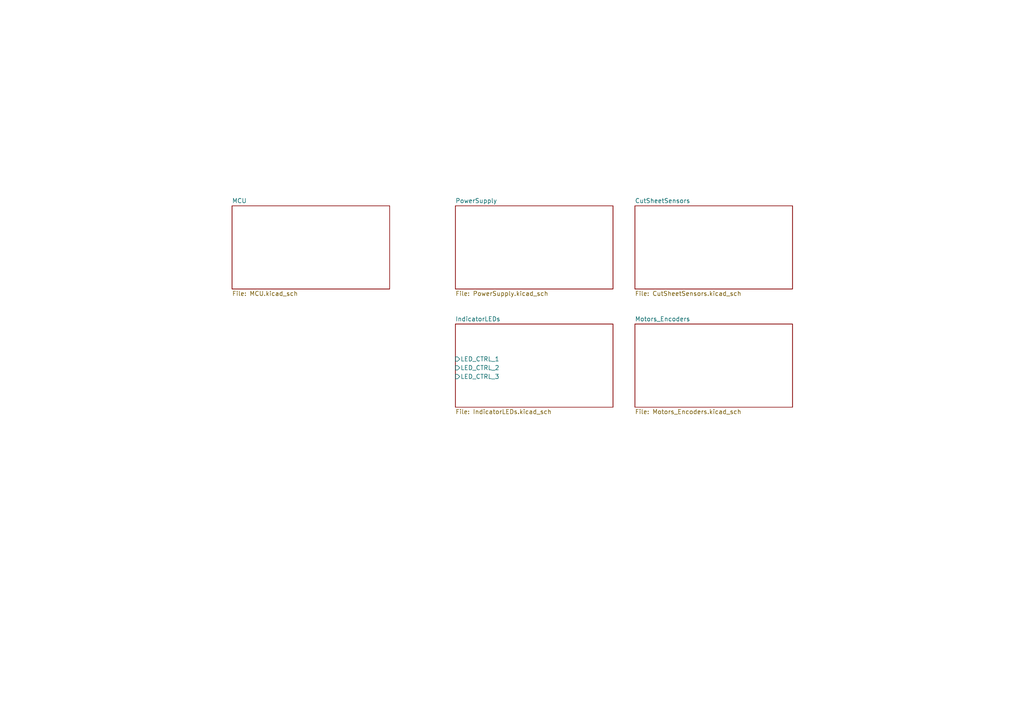
<source format=kicad_sch>
(kicad_sch (version 20230121) (generator eeschema)
  (paper "A4")
  (lib_symbols)
  (sheet (at 184.15 93.98) (size 45.72 24.13) (stroke (width 0.1524))
    (property "Sheetname" "Motors_Encoders" (at 184.15 93.2684 0) (effects (justify left bottom)))
    (property "Sheetfile" "Motors_Encoders.kicad_sch" (at 184.15 118.6946 0) (effects (justify left top)))
  )
  (sheet (at 132.08 93.98) (size 45.72 24.13) (stroke (width 0.1524))
    (property "Sheetname" "IndicatorLEDs" (at 132.08 93.2684 0) (effects (justify left bottom)))
    (property "Sheetfile" "IndicatorLEDs.kicad_sch" (at 132.08 118.6946 0) (effects (justify left top)))
    (pin "LED_CTRL_3" input (at 132.08 109.22 180))
    (pin "LED_CTRL_2" input (at 132.08 106.68 180))
    (pin "LED_CTRL_1" input (at 132.08 104.14 180))
  )
  (sheet (at 132.08 59.69) (size 45.72 24.13) (stroke (width 0.1524))
    (property "Sheetname" "PowerSupply" (at 132.08 58.9784 0) (effects (justify left bottom)))
    (property "Sheetfile" "PowerSupply.kicad_sch" (at 132.08 84.4046 0) (effects (justify left top)))
  )
  (sheet (at 184.15 59.69) (size 45.72 24.13) (stroke (width 0.1524))
    (property "Sheetname" "CutSheetSensors" (at 184.15 58.9784 0) (effects (justify left bottom)))
    (property "Sheetfile" "CutSheetSensors.kicad_sch" (at 184.15 84.4046 0) (effects (justify left top)))
  )
  (sheet (at 67.31 59.69) (size 45.72 24.13) (stroke (width 0.1524))
    (property "Sheetname" "MCU" (at 67.31 58.9784 0) (effects (justify left bottom)))
    (property "Sheetfile" "MCU.kicad_sch" (at 67.31 84.4046 0) (effects (justify left top)))
  )
)
</source>
